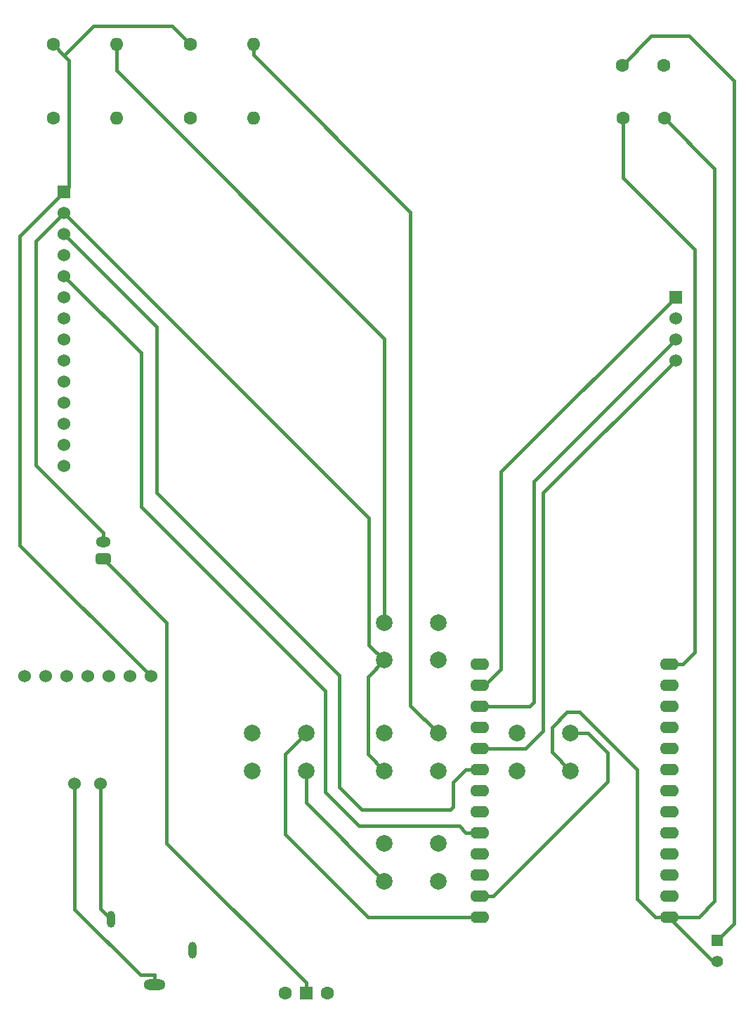
<source format=gbr>
%TF.GenerationSoftware,KiCad,Pcbnew,8.0.3*%
%TF.CreationDate,2024-08-23T11:34:52-06:00*%
%TF.ProjectId,MP3,4d50332e-6b69-4636-9164-5f7063625858,rev?*%
%TF.SameCoordinates,Original*%
%TF.FileFunction,Copper,L1,Top*%
%TF.FilePolarity,Positive*%
%FSLAX46Y46*%
G04 Gerber Fmt 4.6, Leading zero omitted, Abs format (unit mm)*
G04 Created by KiCad (PCBNEW 8.0.3) date 2024-08-23 11:34:52*
%MOMM*%
%LPD*%
G01*
G04 APERTURE LIST*
G04 Aperture macros list*
%AMRoundRect*
0 Rectangle with rounded corners*
0 $1 Rounding radius*
0 $2 $3 $4 $5 $6 $7 $8 $9 X,Y pos of 4 corners*
0 Add a 4 corners polygon primitive as box body*
4,1,4,$2,$3,$4,$5,$6,$7,$8,$9,$2,$3,0*
0 Add four circle primitives for the rounded corners*
1,1,$1+$1,$2,$3*
1,1,$1+$1,$4,$5*
1,1,$1+$1,$6,$7*
1,1,$1+$1,$8,$9*
0 Add four rect primitives between the rounded corners*
20,1,$1+$1,$2,$3,$4,$5,0*
20,1,$1+$1,$4,$5,$6,$7,0*
20,1,$1+$1,$6,$7,$8,$9,0*
20,1,$1+$1,$8,$9,$2,$3,0*%
G04 Aperture macros list end*
%TA.AperFunction,ComponentPad*%
%ADD10C,1.600000*%
%TD*%
%TA.AperFunction,ComponentPad*%
%ADD11O,1.600000X1.600000*%
%TD*%
%TA.AperFunction,ComponentPad*%
%ADD12O,2.616000X1.308000*%
%TD*%
%TA.AperFunction,ComponentPad*%
%ADD13O,1.008000X2.016000*%
%TD*%
%TA.AperFunction,ComponentPad*%
%ADD14C,1.524000*%
%TD*%
%TA.AperFunction,ComponentPad*%
%ADD15R,1.524000X1.524000*%
%TD*%
%TA.AperFunction,ComponentPad*%
%ADD16C,2.000000*%
%TD*%
%TA.AperFunction,ComponentPad*%
%ADD17R,1.500000X1.500000*%
%TD*%
%TA.AperFunction,ComponentPad*%
%ADD18O,2.286000X1.400000*%
%TD*%
%TA.AperFunction,ComponentPad*%
%ADD19RoundRect,0.270833X0.629167X-0.379167X0.629167X0.379167X-0.629167X0.379167X-0.629167X-0.379167X0*%
%TD*%
%TA.AperFunction,ComponentPad*%
%ADD20O,1.800000X1.300000*%
%TD*%
%TA.AperFunction,ComponentPad*%
%ADD21C,1.400000*%
%TD*%
%TA.AperFunction,ComponentPad*%
%ADD22R,1.400000X1.400000*%
%TD*%
%TA.AperFunction,Conductor*%
%ADD23C,0.406400*%
%TD*%
G04 APERTURE END LIST*
D10*
%TO.P,R3,1*%
%TO.N,VCC2*%
X111150000Y-41143300D03*
D11*
%TO.P,R3,2*%
%TO.N,VP*%
X118770000Y-41143300D03*
%TD*%
D10*
%TO.P,R4,1*%
%TO.N,VP*%
X127660000Y-41143300D03*
D11*
%TO.P,R4,2*%
%TO.N,GND*%
X135280000Y-41143300D03*
%TD*%
D12*
%TO.P,3.5mm,1 (GND)*%
%TO.N,audio-*%
X123340000Y-145563300D03*
D13*
%TO.P,3.5mm,2 (R)*%
%TO.N,audio+*%
X118140000Y-137663300D03*
%TO.P,3.5mm,5 (L)*%
X127940000Y-141363300D03*
%TD*%
D10*
%TO.P,R1,1*%
%TO.N,VCC*%
X111150000Y-32253300D03*
D11*
%TO.P,R1,2*%
%TO.N,SW1*%
X118770000Y-32253300D03*
%TD*%
D14*
%TO.P,REF\u002A\u002A,CS*%
%TO.N,CS_LCD*%
X112489996Y-55109073D03*
%TO.P,REF\u002A\u002A,DC*%
%TO.N,GPIO4*%
X112489996Y-60189073D03*
%TO.P,REF\u002A\u002A,GND*%
%TO.N,GND*%
X112489996Y-52569073D03*
%TO.P,REF\u002A\u002A,LED*%
%TO.N,14*%
X112489996Y-67809073D03*
%TO.P,REF\u002A\u002A,RESET*%
%TO.N,EN*%
X112489998Y-57651187D03*
%TO.P,REF\u002A\u002A,SCK*%
%TO.N,SCK*%
X112489996Y-65269073D03*
%TO.P,REF\u002A\u002A,SDI (MOSI)*%
%TO.N,SDI*%
X112489996Y-62729073D03*
%TO.P,REF\u002A\u002A,SDO (MISO)*%
%TO.N,N/C*%
X112489996Y-70349073D03*
D15*
%TO.P,REF\u002A\u002A,SD_CS*%
%TO.N,SD_CS*%
X186210000Y-62706187D03*
D14*
%TO.P,REF\u002A\u002A,SD_MISO*%
%TO.N,SDO*%
X186210000Y-67786187D03*
%TO.P,REF\u002A\u002A,SD_MOSI*%
%TO.N,SDI*%
X186210000Y-65246187D03*
%TO.P,REF\u002A\u002A,SD_SCK*%
%TO.N,SCK*%
X186210000Y-70326187D03*
%TO.P,REF\u002A\u002A,T_CLK*%
%TO.N,N/C*%
X112489996Y-72889073D03*
%TO.P,REF\u002A\u002A,T_CS*%
X112489996Y-75429073D03*
%TO.P,REF\u002A\u002A,T_DIN*%
X112489996Y-77969073D03*
%TO.P,REF\u002A\u002A,T_DO*%
X112489998Y-80501187D03*
%TO.P,REF\u002A\u002A,T_IRQ*%
X112489998Y-83051187D03*
D15*
%TO.P,REF\u002A\u002A,VCC*%
%TO.N,VCC*%
X112489998Y-50026187D03*
%TD*%
D16*
%TO.P,SW2,1*%
%TO.N,SW2*%
X135125000Y-115268300D03*
X141625000Y-115268300D03*
%TO.P,SW2,2*%
%TO.N,GND*%
X135125000Y-119768300D03*
X141625000Y-119768300D03*
%TD*%
%TO.P,SW4,1*%
%TO.N,SW4*%
X167035000Y-115268300D03*
X173535000Y-115268300D03*
%TO.P,SW4,2*%
%TO.N,GND*%
X167035000Y-119768300D03*
X173535000Y-119768300D03*
%TD*%
D17*
%TO.P,SW6,1*%
%TO.N,PWR*%
X141630000Y-146553300D03*
D10*
%TO.P,SW6,2*%
%TO.N,VCC2*%
X139090000Y-146553300D03*
%TO.P,SW6,3*%
%TO.N,N/C*%
X144170000Y-146553300D03*
%TD*%
%TO.P,C1,1*%
%TO.N,VCC2*%
X179730000Y-34793300D03*
%TO.P,C1,2*%
%TO.N,GND*%
X184730000Y-34793300D03*
%TD*%
%TO.P,R2,1*%
%TO.N,VCC*%
X127660000Y-32253300D03*
D11*
%TO.P,R2,2*%
%TO.N,SW3*%
X135280000Y-32253300D03*
%TD*%
D10*
%TO.P,C2,1*%
%TO.N,VP*%
X179810000Y-41143300D03*
%TO.P,C2,2*%
%TO.N,GND*%
X184810000Y-41143300D03*
%TD*%
D16*
%TO.P,SW3,1*%
%TO.N,SW3*%
X151080000Y-115268300D03*
X157580000Y-115268300D03*
%TO.P,SW3,2*%
%TO.N,GND*%
X151080000Y-119768300D03*
X157580000Y-119768300D03*
%TD*%
%TO.P,SW1,1*%
%TO.N,SW1*%
X151080000Y-101963300D03*
X157580000Y-101963300D03*
%TO.P,SW1,2*%
%TO.N,GND*%
X151080000Y-106463300D03*
X157580000Y-106463300D03*
%TD*%
%TO.P,SW5,1*%
%TO.N,SW5*%
X151080000Y-128573300D03*
X157580000Y-128573300D03*
%TO.P,SW5,2*%
%TO.N,GND*%
X151080000Y-133073300D03*
X157580000Y-133073300D03*
%TD*%
D18*
%TO.P,U1,0*%
%TO.N,SW1*%
X162548123Y-129783800D03*
%TO.P,U1,2*%
%TO.N,SW5*%
X162548123Y-132323800D03*
%TO.P,U1,3v*%
%TO.N,VCC*%
X162548123Y-106923800D03*
%TO.P,U1,4*%
%TO.N,GPIO4*%
X162548123Y-127243800D03*
%TO.P,U1,5*%
%TO.N,CS_LCD*%
X162548123Y-119623800D03*
%TO.P,U1,12*%
%TO.N,N/C*%
X185408123Y-134863800D03*
%TO.P,U1,13*%
%TO.N,SW2*%
X162548123Y-137403800D03*
%TO.P,U1,14*%
%TO.N,14*%
X185408123Y-132323800D03*
%TO.P,U1,15*%
%TO.N,SW4*%
X162548123Y-134863800D03*
%TO.P,U1,16*%
%TO.N,N/C*%
X162548123Y-124703800D03*
%TO.P,U1,17*%
X162548123Y-122163800D03*
%TO.P,U1,18*%
%TO.N,SCK*%
X162548123Y-117083800D03*
%TO.P,U1,19*%
%TO.N,SDO*%
X162548123Y-112003800D03*
%TO.P,U1,22*%
%TO.N,SD_CS*%
X162548123Y-109463800D03*
%TO.P,U1,23*%
%TO.N,SDI*%
X162548123Y-114543800D03*
%TO.P,U1,25*%
%TO.N,MAX_DIN*%
X185408123Y-124703800D03*
%TO.P,U1,26*%
%TO.N,MAX_LRC*%
X185408123Y-127243800D03*
%TO.P,U1,27*%
%TO.N,MAX_BCLK*%
X185408123Y-129783800D03*
%TO.P,U1,32*%
%TO.N,N/C*%
X185408123Y-119623800D03*
%TO.P,U1,33*%
X185408123Y-122163800D03*
%TO.P,U1,34*%
X185408123Y-114543800D03*
%TO.P,U1,35*%
X185408123Y-117083800D03*
%TO.P,U1,EN*%
%TO.N,EN*%
X185408123Y-112003800D03*
%TO.P,U1,GND*%
%TO.N,GND*%
X185408123Y-137403800D03*
%TO.P,U1,VN*%
%TO.N,SW3*%
X185408123Y-109463800D03*
%TO.P,U1,VP*%
%TO.N,VP*%
X185408123Y-106923800D03*
%TD*%
D14*
%TO.P,MAX98357,+*%
%TO.N,audio+*%
X116885000Y-121373300D03*
%TO.P,MAX98357,-*%
%TO.N,audio-*%
X113710000Y-121373300D03*
%TO.P,MAX98357,BCLK*%
%TO.N,MAX_BCLK*%
X110217500Y-108419300D03*
%TO.P,MAX98357,DIN*%
%TO.N,MAX_DIN*%
X112757500Y-108419300D03*
%TO.P,MAX98357,GAIN*%
%TO.N,N/C*%
X115297500Y-108419300D03*
%TO.P,MAX98357,GND*%
%TO.N,GND*%
X120377500Y-108419300D03*
%TO.P,MAX98357,LRC*%
%TO.N,MAX_LRC*%
X107677500Y-108419300D03*
%TO.P,MAX98357,SD*%
%TO.N,N/C*%
X117837500Y-108419300D03*
%TO.P,MAX98357,VIN*%
%TO.N,VCC*%
X122917500Y-108419300D03*
%TD*%
D19*
%TO.P,BT1,1*%
%TO.N,PWR*%
X117190000Y-94243300D03*
D20*
%TO.P,BT1,2*%
%TO.N,GND*%
X117190000Y-92243300D03*
%TD*%
D21*
%TO.P,PW1,1*%
%TO.N,GND*%
X191160000Y-142743300D03*
D22*
%TO.P,PW1,2*%
%TO.N,VCC2*%
X191160000Y-140203300D03*
%TD*%
D23*
%TO.N,SCK*%
X162548100Y-117083800D02*
X164200800Y-117083800D01*
X170240000Y-86296200D02*
X186210000Y-70326200D01*
X164223500Y-117106500D02*
X168113500Y-117106500D01*
X170240000Y-114980000D02*
X170240000Y-86296200D01*
X164200800Y-117083800D02*
X164223500Y-117106500D01*
X168113500Y-117106500D02*
X170240000Y-114980000D01*
%TO.N,CS_LCD*%
X159340000Y-121179200D02*
X160895400Y-119623800D01*
X162548100Y-119623800D02*
X160895400Y-119623800D01*
X148340000Y-124433300D02*
X159020000Y-124433300D01*
X145640000Y-121733300D02*
X145640000Y-108313300D01*
X123650600Y-86323900D02*
X123650600Y-66269700D01*
X123650600Y-66269700D02*
X112490000Y-55109100D01*
X159340000Y-124113300D02*
X159340000Y-121179200D01*
X148340000Y-124433300D02*
X145640000Y-121733300D01*
X145640000Y-108313300D02*
X123650600Y-86323900D01*
X159020000Y-124433300D02*
X159340000Y-124113300D01*
%TO.N,SD_CS*%
X186210000Y-62706200D02*
X165160000Y-83756200D01*
X165160000Y-107513300D02*
X163209500Y-109463800D01*
X163209500Y-109463800D02*
X162548100Y-109463800D01*
X165160000Y-83756200D02*
X165160000Y-107513300D01*
%TO.N,GPIO4*%
X162548100Y-127243800D02*
X160895400Y-127243800D01*
X143940000Y-122383300D02*
X143940000Y-110128100D01*
X121775200Y-69474300D02*
X121775200Y-87963300D01*
X160084900Y-126433300D02*
X147990000Y-126433300D01*
X112490000Y-60189100D02*
X121775200Y-69474300D01*
X143940000Y-110128100D02*
X121775200Y-87963300D01*
X160895400Y-127243800D02*
X160084900Y-126433300D01*
X147990000Y-126433300D02*
X143940000Y-122383300D01*
%TO.N,GND*%
X171281400Y-114548638D02*
X173090038Y-112740000D01*
X191160000Y-142743300D02*
X190700000Y-142743300D01*
X185408123Y-137403800D02*
X188969500Y-137403800D01*
X181530000Y-119680538D02*
X181530000Y-135210000D01*
X174589462Y-112740000D02*
X181530000Y-119680538D01*
X190880000Y-135493300D02*
X190880000Y-47213300D01*
X141625000Y-123618300D02*
X151080000Y-133073300D01*
X173090038Y-112740000D02*
X174589462Y-112740000D01*
X141625000Y-119768300D02*
X141625000Y-123618300D01*
X149241800Y-89320877D02*
X112489996Y-52569073D01*
X171281400Y-117514700D02*
X171281400Y-114548638D01*
X149241800Y-104625100D02*
X149241800Y-89320877D01*
X149090000Y-117778300D02*
X151080000Y-119768300D01*
X109050000Y-82943600D02*
X117190000Y-91083600D01*
X149090000Y-108453300D02*
X149090000Y-117778300D01*
X190700000Y-142743300D02*
X185360500Y-137403800D01*
X181530000Y-135210000D02*
X183723800Y-137403800D01*
X117190000Y-91083600D02*
X117190000Y-92243300D01*
X109050000Y-56009100D02*
X109050000Y-82943600D01*
X151080000Y-106463300D02*
X149090000Y-108453300D01*
X188969500Y-137403800D02*
X190880000Y-135493300D01*
X183723800Y-137403800D02*
X185408123Y-137403800D01*
X151080000Y-106463300D02*
X149241800Y-104625100D01*
X173535000Y-119768300D02*
X171281400Y-117514700D01*
X112490000Y-52569100D02*
X109050000Y-56009100D01*
X190880000Y-47213300D02*
X184810000Y-41143300D01*
%TO.N,VCC*%
X113080000Y-49436200D02*
X107150000Y-55366200D01*
X113080000Y-34183300D02*
X113080000Y-49436200D01*
X112490000Y-33593300D02*
X115990000Y-30093300D01*
X112490000Y-33593300D02*
X113080000Y-34183300D01*
X112490000Y-33593300D02*
X111150000Y-32253300D01*
X115990000Y-30093300D02*
X125500000Y-30093300D01*
X107150000Y-55366200D02*
X107150000Y-92651800D01*
X107150000Y-92651800D02*
X122917500Y-108419300D01*
X125500000Y-30093300D02*
X127660000Y-32253300D01*
%TO.N,SDO*%
X169110000Y-84886200D02*
X186210000Y-67786200D01*
X168629500Y-112003800D02*
X169110000Y-111523300D01*
X162548100Y-112003800D02*
X168629500Y-112003800D01*
X169110000Y-111523300D02*
X169110000Y-84886200D01*
%TO.N,audio+*%
X116885000Y-136408300D02*
X118140000Y-137663300D01*
X116885000Y-121373300D02*
X116885000Y-136408300D01*
%TO.N,audio-*%
X121656300Y-144399600D02*
X123340000Y-144399600D01*
X113710000Y-121373300D02*
X113710000Y-136453300D01*
X123340000Y-144399600D02*
X123340000Y-145563300D01*
X113710000Y-136453300D02*
X121656300Y-144399600D01*
%TO.N,PWR*%
X124860000Y-101913300D02*
X124860000Y-128523600D01*
X117190000Y-94243300D02*
X124860000Y-101913300D01*
X141630000Y-145293600D02*
X141630000Y-146553300D01*
X124860000Y-128523600D02*
X141630000Y-145293600D01*
%TO.N,VCC2*%
X187840000Y-31283300D02*
X183240000Y-31283300D01*
X183240000Y-31283300D02*
X179730000Y-34793300D01*
X193200000Y-138163300D02*
X193200000Y-36643300D01*
X193200000Y-36643300D02*
X187840000Y-31283300D01*
X191160000Y-140203300D02*
X193200000Y-138163300D01*
%TO.N,VP*%
X179810000Y-41143300D02*
X179810000Y-48317900D01*
X188480000Y-56987900D02*
X188480000Y-105504600D01*
X187060800Y-106923800D02*
X185408100Y-106923800D01*
X179810000Y-48317900D02*
X188480000Y-56987900D01*
X188480000Y-105504600D02*
X187060800Y-106923800D01*
%TO.N,SW1*%
X118770000Y-35390000D02*
X151080000Y-67700000D01*
X151080000Y-67700000D02*
X151080000Y-101963300D01*
X118770000Y-32253300D02*
X118770000Y-35390000D01*
%TO.N,SW2*%
X139140000Y-117753300D02*
X141625000Y-115268300D01*
X162548100Y-137403800D02*
X149130500Y-137403800D01*
X149130500Y-137403800D02*
X139140000Y-127413300D01*
X139140000Y-127413300D02*
X139140000Y-117753300D01*
%TO.N,SW3*%
X154210000Y-111898300D02*
X154210000Y-52493000D01*
X157580000Y-115268300D02*
X154210000Y-111898300D01*
X135280000Y-33563000D02*
X135280000Y-32253300D01*
X154210000Y-52493000D02*
X135280000Y-33563000D01*
%TO.N,SW4*%
X175645000Y-115268300D02*
X173535000Y-115268300D01*
X164200800Y-134863800D02*
X178020000Y-121044600D01*
X162548100Y-134863800D02*
X164200800Y-134863800D01*
X178020000Y-117643300D02*
X175645000Y-115268300D01*
X178020000Y-121044600D02*
X178020000Y-117643300D01*
%TD*%
M02*

</source>
